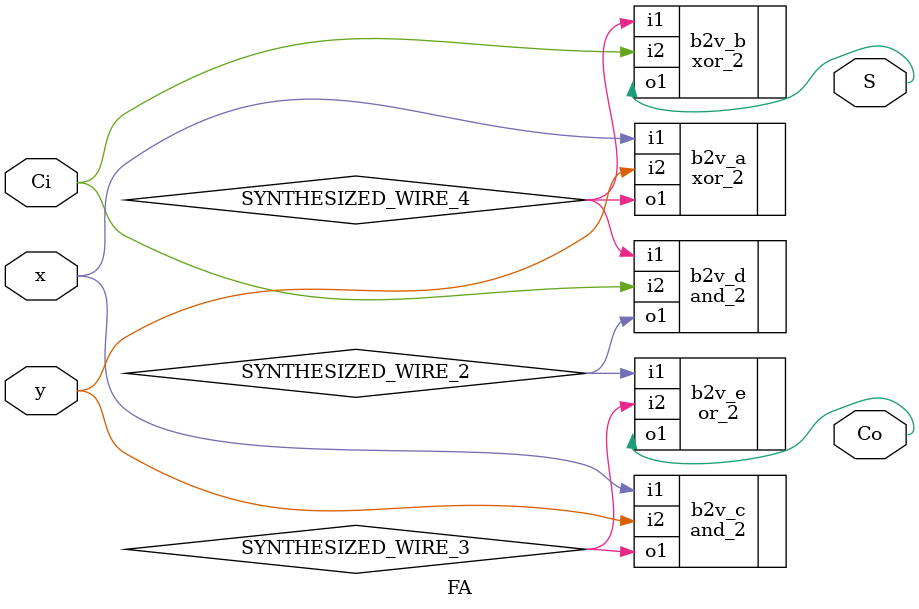
<source format=v>


module FA(
	x,
	y,
	Ci,
	S,
	Co
);


input wire	x;
input wire	y;
input wire	Ci;
output wire	S;
output wire	Co;

wire	SYNTHESIZED_WIRE_4;
wire	SYNTHESIZED_WIRE_2;
wire	SYNTHESIZED_WIRE_3;





xor_2	b2v_a(
	.i1(x),
	.i2(y),
	.o1(SYNTHESIZED_WIRE_4));


xor_2	b2v_b(
	.i1(SYNTHESIZED_WIRE_4),
	.i2(Ci),
	.o1(S));


and_2	b2v_c(
	.i1(x),
	.i2(y),
	.o1(SYNTHESIZED_WIRE_3));


and_2	b2v_d(
	.i1(SYNTHESIZED_WIRE_4),
	.i2(Ci),
	.o1(SYNTHESIZED_WIRE_2));


or_2	b2v_e(
	.i1(SYNTHESIZED_WIRE_2),
	.i2(SYNTHESIZED_WIRE_3),
	.o1(Co));


endmodule

</source>
